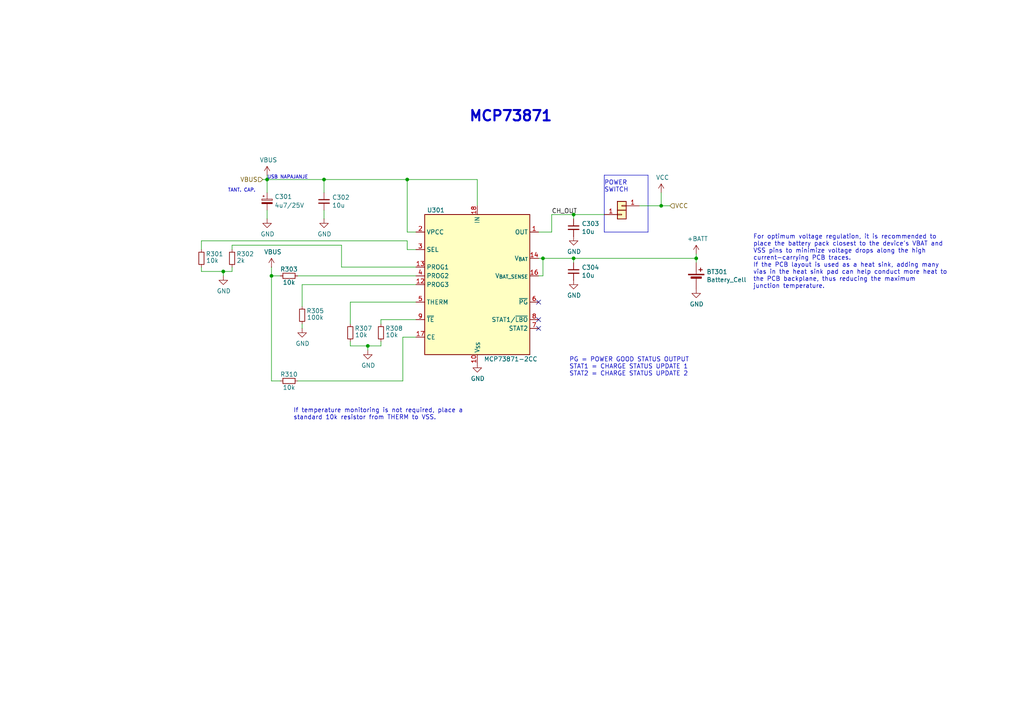
<source format=kicad_sch>
(kicad_sch (version 20231120) (generator "eeschema") (generator_version "8.0")
  (paper "A4")
  (title_block (title "BoardGame") (date "2022-09-21") (rev "1"))
  (lib_symbols
    (symbol "Battery_Management:MCP73871-2CC"
      (property "Reference" "U" (at -7.62 24.13 0))
      (property "Value" "MCP73871-2CC" (at -15.24 21.59 0))
      (symbol "MCP73871-2CC_0_1"
        (rectangle (start -15.24 20.32) (end 15.24 -20.32) (stroke (width 0.254)) (fill (type background)))
      )
      (symbol "MCP73871-2CC_1_1"
        (pin power_out line (at 17.78 15.24 180) (length 2.54) (name "OUT") (number "1"))
        (pin power_in line (at 0 -22.86 90) (length 2.54) (name "V_{SS}") (number "10"))
        (pin passive line (at 0 -22.86 90) (length 2.54) hide (name "V_{SS}") (number "11"))
        (pin bidirectional line (at -17.78 0 0) (length 2.54) (name "PROG3") (number "12"))
        (pin bidirectional line (at -17.78 5.08 0) (length 2.54) (name "PROG1") (number "13"))
        (pin power_out line (at 17.78 7.62 180) (length 2.54) (name "V_{BAT}") (number "14"))
        (pin passive line (at 17.78 7.62 180) (length 2.54) hide (name "V_{BAT}") (number "15"))
        (pin input line (at 17.78 2.54 180) (length 2.54) (name "V_{BAT_SENSE}") (number "16"))
        (pin input line (at -17.78 -15.24 0) (length 2.54) (name "CE") (number "17"))
        (pin power_in line (at 0 22.86 270) (length 2.54) (name "IN") (number "18"))
        (pin passive line (at 0 22.86 270) (length 2.54) hide (name "IN") (number "19"))
        (pin input line (at -17.78 15.24 0) (length 2.54) (name "VPCC") (number "2"))
        (pin passive line (at 17.78 15.24 180) (length 2.54) hide (name "OUT") (number "20"))
        (pin passive line (at 0 -22.86 90) (length 2.54) hide (name "V_{SS}") (number "21"))
        (pin input line (at -17.78 10.16 0) (length 2.54) (name "SEL") (number "3"))
        (pin input line (at -17.78 2.54 0) (length 2.54) (name "PROG2") (number "4"))
        (pin bidirectional line (at -17.78 -5.08 0) (length 2.54) (name "THERM") (number "5"))
        (pin open_collector line (at 17.78 -5.08 180) (length 2.54) (name "~{PG}") (number "6"))
        (pin open_collector line (at 17.78 -12.7 180) (length 2.54) (name "STAT2") (number "7"))
        (pin open_collector line (at 17.78 -10.16 180) (length 2.54) (name "STAT1/~{LBO}") (number "8"))
        (pin input line (at -17.78 -10.16 0) (length 2.54) (name "~{TE}") (number "9"))
      )
    )
    (symbol "Connector_Generic:Conn_01x01" (pin_names (offset 1.016) hide)
      (property "Reference" "J" (at 0 2.54 0))
      (property "Value" "Conn_01x01" (at 0 -2.54 0))
      (symbol "Conn_01x01_1_1"
        (rectangle (start -1.27 0.127) (end 0 -0.127) (stroke (width 0.1524)))
        (rectangle (start -1.27 1.27) (end 1.27 -1.27) (stroke (width 0.254)) (fill (type background)))
        (pin passive line (at -5.08 0 0) (length 3.81) (name "Pin_1") (number "1"))
      )
    )
    (symbol "Device:Battery_Cell" (pin_numbers hide) (pin_names (offset 0) hide)
      (property "Reference" "BT" (at 2.54 2.54 0))
      (property "Value" "Battery_Cell" (at 2.54 0 0))
      (symbol "Battery_Cell_0_1"
        (rectangle (start -2.286 1.778) (end 2.286 1.524) (fill (type outline)))
        (rectangle (start -1.524 1.016) (end 1.524 0.508) (fill (type outline)))
        (polyline (pts (xy 0 0.762) (xy 0 0)))
        (polyline (pts (xy 0 1.778) (xy 0 2.54)))
        (polyline (pts (xy 0.762 3.048) (xy 1.778 3.048)) (stroke (width 0.254)))
        (polyline (pts (xy 1.27 3.556) (xy 1.27 2.54)) (stroke (width 0.254)))
      )
      (symbol "Battery_Cell_1_1"
        (pin passive line (at 0 5.08 270) (length 2.54) (name "+") (number "1"))
        (pin passive line (at 0 -2.54 90) (length 2.54) (name "-") (number "2"))
      )
    )
    (symbol "Device:C_Polarized_Small" (pin_numbers hide) (pin_names (offset 0.254) hide)
      (property "Reference" "C" (at 0.254 1.778 0))
      (property "Value" "C_Polarized_Small" (at 0.254 -2.032 0))
      (symbol "C_Polarized_Small_0_1"
        (rectangle (start -1.524 -0.3048) (end 1.524 -0.6858) (fill (type outline)))
        (rectangle (start -1.524 0.6858) (end 1.524 0.3048))
        (polyline (pts (xy -1.27 1.524) (xy -0.762 1.524)))
        (polyline (pts (xy -1.016 1.27) (xy -1.016 1.778)))
      )
      (symbol "C_Polarized_Small_1_1"
        (pin passive line (at 0 2.54 270) (length 1.8542) (name "~") (number "1"))
        (pin passive line (at 0 -2.54 90) (length 1.8542) (name "~") (number "2"))
      )
    )
    (symbol "Device:C_Small" (pin_numbers hide) (pin_names (offset 0.254) hide)
      (property "Reference" "C" (at 0.254 1.778 0))
      (property "Value" "C_Small" (at 0.254 -2.032 0))
      (symbol "C_Small_0_1"
        (polyline (pts (xy -1.524 -0.508) (xy 1.524 -0.508)) (stroke (width 0.3302)))
        (polyline (pts (xy -1.524 0.508) (xy 1.524 0.508)) (stroke (width 0.3048)))
      )
      (symbol "C_Small_1_1"
        (pin passive line (at 0 2.54 270) (length 2.032) (name "~") (number "1"))
        (pin passive line (at 0 -2.54 90) (length 2.032) (name "~") (number "2"))
      )
    )
    (symbol "Device:R_Small" (pin_numbers hide) (pin_names (offset 0.254) hide)
      (property "Reference" "R" (at 0.762 0.508 0))
      (property "Value" "R_Small" (at 0.762 -1.016 0))
      (symbol "R_Small_0_1"
        (rectangle (start -0.762 1.778) (end 0.762 -1.778) (stroke (width 0.2032)))
      )
      (symbol "R_Small_1_1"
        (pin passive line (at 0 2.54 270) (length 0.762) (name "~") (number "1"))
        (pin passive line (at 0 -2.54 90) (length 0.762) (name "~") (number "2"))
      )
    )
    (symbol "power:+BATT" (power) (pin_numbers hide) (pin_names (offset 0) hide)
      (property "Value" "+BATT" (at 0 3.556 0))
      (symbol "+BATT_0_1"
        (polyline (pts (xy -0.762 1.27) (xy 0 2.54)))
        (polyline (pts (xy 0 0) (xy 0 2.54)))
        (polyline (pts (xy 0 2.54) (xy 0.762 1.27)))
      )
      (symbol "+BATT_1_1"
        (pin power_in line (at 0 0 90) (length 0) (name "~") (number "1"))
      )
    )
    (symbol "power:GND" (power) (pin_numbers hide) (pin_names (offset 0) hide)
      (property "Value" "GND" (at 0 -3.81 0))
      (symbol "GND_0_1"
        (polyline (pts (xy 0 0) (xy 0 -1.27) (xy 1.27 -1.27) (xy 0 -2.54) (xy -1.27 -1.27) (xy 0 -1.27)))
      )
      (symbol "GND_1_1"
        (pin power_in line (at 0 0 270) (length 0) (name "~") (number "1"))
      )
    )
    (symbol "power:VBUS" (power) (pin_numbers hide) (pin_names (offset 0) hide)
      (property "Value" "VBUS" (at 0 3.556 0))
      (symbol "VBUS_0_1"
        (polyline (pts (xy -0.762 1.27) (xy 0 2.54)))
        (polyline (pts (xy 0 0) (xy 0 2.54)))
        (polyline (pts (xy 0 2.54) (xy 0.762 1.27)))
      )
      (symbol "VBUS_1_1"
        (pin power_in line (at 0 0 90) (length 0) (name "~") (number "1"))
      )
    )
    (symbol "power:VCC" (power) (pin_numbers hide) (pin_names (offset 0) hide)
      (property "Value" "VCC" (at 0 3.556 0))
      (symbol "VCC_0_1"
        (polyline (pts (xy -0.762 1.27) (xy 0 2.54)))
        (polyline (pts (xy 0 0) (xy 0 2.54)))
        (polyline (pts (xy 0 2.54) (xy 0.762 1.27)))
      )
      (symbol "VCC_1_1"
        (pin power_in line (at 0 0 90) (length 0) (name "~") (number "1"))
      )
    )
  )
  (junction (at 201.93 74.93))
  (junction (at 166.37 74.93))
  (junction (at 191.77 59.69))
  (junction (at 118.11 52.07))
  (junction (at 166.37 62.23))
  (junction (at 93.98 52.07))
  (junction (at 157.48 74.93))
  (junction (at 77.47 52.07))
  (junction (at 78.74 80.01))
  (junction (at 64.77 78.74))
  (junction (at 106.68 100.33))
  (no_connect (at 156.21 92.71))
  (no_connect (at 156.21 87.63))
  (no_connect (at 156.21 95.25))
  (wire (pts (xy 201.93 73.66) (xy 201.93 74.93)))
  (wire (pts (xy 93.98 52.07) (xy 118.11 52.07)))
  (wire (pts (xy 77.47 52.07) (xy 77.47 55.88)))
  (wire (pts (xy 166.37 74.93) (xy 201.93 74.93)))
  (wire (pts (xy 160.02 62.23) (xy 166.37 62.23)))
  (polyline (pts (xy 187.96 67.31) (xy 187.96 50.8)))
  (wire (pts (xy 191.77 55.88) (xy 191.77 59.69)))
  (wire (pts (xy 110.49 100.33) (xy 110.49 99.06)))
  (wire (pts (xy 67.31 71.12) (xy 67.31 72.39)))
  (polyline (pts (xy 175.26 67.31) (xy 187.96 67.31)))
  (wire (pts (xy 156.21 74.93) (xy 157.48 74.93)))
  (wire (pts (xy 106.68 100.33) (xy 101.6 100.33)))
  (wire (pts (xy 86.36 80.01) (xy 120.65 80.01)))
  (wire (pts (xy 93.98 55.88) (xy 93.98 52.07)))
  (wire (pts (xy 160.02 67.31) (xy 160.02 62.23)))
  (wire (pts (xy 64.77 78.74) (xy 64.77 80.01)))
  (wire (pts (xy 101.6 93.98) (xy 101.6 87.63)))
  (wire (pts (xy 118.11 72.39) (xy 120.65 72.39)))
  (wire (pts (xy 58.42 77.47) (xy 58.42 78.74)))
  (wire (pts (xy 118.11 52.07) (xy 138.43 52.07)))
  (wire (pts (xy 58.42 78.74) (xy 64.77 78.74)))
  (polyline (pts (xy 175.26 52.07) (xy 175.26 67.31)))
  (wire (pts (xy 110.49 92.71) (xy 110.49 93.98)))
  (wire (pts (xy 120.65 67.31) (xy 118.11 67.31)))
  (polyline (pts (xy 175.26 50.8) (xy 175.26 50.8)))
  (wire (pts (xy 191.77 59.69) (xy 194.31 59.69)))
  (wire (pts (xy 116.84 110.49) (xy 116.84 97.79)))
  (wire (pts (xy 87.63 82.55) (xy 87.63 88.9)))
  (wire (pts (xy 185.42 59.69) (xy 191.77 59.69)))
  (wire (pts (xy 138.43 52.07) (xy 138.43 59.69)))
  (wire (pts (xy 93.98 63.5) (xy 93.98 60.96)))
  (wire (pts (xy 166.37 62.23) (xy 175.26 62.23)))
  (wire (pts (xy 157.48 80.01) (xy 157.48 74.93)))
  (wire (pts (xy 77.47 60.96) (xy 77.47 63.5)))
  (wire (pts (xy 101.6 87.63) (xy 120.65 87.63)))
  (wire (pts (xy 99.06 71.12) (xy 67.31 71.12)))
  (wire (pts (xy 157.48 74.93) (xy 166.37 74.93)))
  (wire (pts (xy 77.47 52.07) (xy 93.98 52.07)))
  (wire (pts (xy 106.68 100.33) (xy 110.49 100.33)))
  (wire (pts (xy 86.36 110.49) (xy 116.84 110.49)))
  (wire (pts (xy 77.47 50.8) (xy 77.47 52.07)))
  (wire (pts (xy 78.74 80.01) (xy 78.74 110.49)))
  (wire (pts (xy 76.2 52.07) (xy 77.47 52.07)))
  (wire (pts (xy 78.74 77.47) (xy 78.74 80.01)))
  (wire (pts (xy 120.65 92.71) (xy 110.49 92.71)))
  (wire (pts (xy 156.21 67.31) (xy 160.02 67.31)))
  (wire (pts (xy 99.06 77.47) (xy 120.65 77.47)))
  (wire (pts (xy 64.77 78.74) (xy 67.31 78.74)))
  (wire (pts (xy 166.37 74.93) (xy 166.37 76.2)))
  (wire (pts (xy 78.74 110.49) (xy 81.28 110.49)))
  (wire (pts (xy 101.6 99.06) (xy 101.6 100.33)))
  (polyline (pts (xy 187.96 50.8) (xy 175.26 50.8)))
  (wire (pts (xy 156.21 80.01) (xy 157.48 80.01)))
  (wire (pts (xy 78.74 80.01) (xy 81.28 80.01)))
  (wire (pts (xy 99.06 77.47) (xy 99.06 71.12)))
  (wire (pts (xy 201.93 76.2) (xy 201.93 74.93)))
  (polyline (pts (xy 175.26 52.07) (xy 175.26 50.8)))
  (wire (pts (xy 106.68 101.6) (xy 106.68 100.33)))
  (wire (pts (xy 58.42 69.85) (xy 58.42 72.39)))
  (wire (pts (xy 87.63 82.55) (xy 120.65 82.55)))
  (wire (pts (xy 67.31 77.47) (xy 67.31 78.74)))
  (wire (pts (xy 58.42 69.85) (xy 118.11 69.85)))
  (wire (pts (xy 116.84 97.79) (xy 120.65 97.79)))
  (wire (pts (xy 118.11 69.85) (xy 118.11 72.39)))
  (wire (pts (xy 87.63 95.25) (xy 87.63 93.98)))
  (wire (pts (xy 166.37 62.23) (xy 166.37 63.5)))
  (wire (pts (xy 118.11 67.31) (xy 118.11 52.07)))
  (text "PG = POWER GOOD STATUS OUTPUT\nSTAT1 = CHARGE STATUS UPDATE 1\nSTAT2 = CHARGE STATUS UPDATE 2" (at 165.1 109.22 0) (effects (font (size 1.27 1.27)) (justify left bottom)))
  (text "TANT. CAP." (at 66.04 55.88 0) (effects (font (size 0.9906 0.9906)) (justify left bottom)))
  (text "USB NAPAJANJE" (at 77.47 52.07 0) (effects (font (size 0.9906 0.9906)) (justify left bottom)))
  (text "POWER\nSWITCH" (at 175.26 55.88 0) (effects (font (size 1.27 1.27)) (justify left bottom)))
  (text "For optimum voltage regulation, it is recommended to\nplace the battery pack closest to the device's VBAT and\nVSS pins to minimize voltage drops along the high\ncurrent-carrying PCB traces.\nIf the PCB layout is used as a heat sink, adding many\nvias in the heat sink pad can help conduct more heat to\nthe PCB backplane, thus reducing the maximum\njunction temperature." (at 218.44 83.82 0) (effects (font (size 1.27 1.27)) (justify left bottom)))
  (text "MCP73871" (at 135.89 35.56 0) (effects (font (size 3 3) (thickness 0.6) (bold yes)) (justify left bottom)))
  (text "If temperature monitoring is not required, place a\nstandard 10k resistor from THERM to VSS." (at 85.09 121.92 0) (effects (font (size 1.27 1.27)) (justify left bottom)))
  (label "CH_OUT" (at 160.02 62.23 0))
  (hierarchical_label "VBUS" (shape input) (at 76.2 52.07 180))
  (hierarchical_label "VCC" (shape input) (at 194.31 59.69 0))
  (symbol (lib_id "power:GND") (at 77.47 63.5 0) (unit 1)
    (property "Reference" "#PWR0303" (effects (hide yes)))
    (property "Value" "GND" (at 77.597 67.8942 0))
    (property "Description" "Power symbol creates a global label with name \"GND\" , ground" (effects (hide yes)))
  )
  (symbol (lib_id "Device:C_Small") (at 93.98 58.42 0) (unit 1)
    (property "Reference" "C302" (at 96.3168 57.2516 0) (effects (justify left)))
    (property "Value" "10u" (at 96.3168 59.563 0) (effects (justify left)))
    (property "Footprint" "Capacitor_SMD:C_0805_2012Metric" (effects (hide yes)))
    (property "JLCPCB Part #" "C237493" (effects (hide yes)))
    (property "U labosu?" "ne" (effects (hide yes)))
  )
  (symbol (lib_id "Connector_Generic:Conn_01x01") (at 180.34 59.69 180) (unit 1)
    (property "Reference" "J301" (effects (hide yes)))
    (property "Value" "Conn_01x01" (effects (hide yes)))
    (property "Footprint" "Footprints:PinHeader_1x01" (effects (hide yes)))
    (property "JLCPCB Part #" "-" (effects (hide yes)))
    (property "Ostalo" "-" (effects (hide yes)))
    (property "U labosu?" "da" (effects (hide yes)))
  )
  (symbol (lib_id "power:GND") (at 166.37 68.58 0) (unit 1)
    (property "Reference" "#PWR0305" (effects (hide yes)))
    (property "Value" "GND" (at 166.497 72.9742 0))
    (property "Description" "Power symbol creates a global label with name \"GND\" , ground" (effects (hide yes)))
  )
  (symbol (lib_id "Device:C_Polarized_Small") (at 77.47 58.42 0) (unit 1)
    (property "Reference" "C301" (at 79.629 57.0392 0) (effects (justify left)))
    (property "Value" "4u7/25V" (at 79.629 59.5761 0) (effects (justify left)))
    (property "Footprint" "Capacitor_Tantalum_SMD:CP_EIA-3528-21_Kemet-B" (effects (hide yes)))
    (property "JLCPCB Part #" "C2798040" (effects (hide yes)))
    (property "U labosu?" "ne" (effects (hide yes)))
  )
  (symbol (lib_id "Device:R_Small") (at 58.42 74.93 0) (unit 1)
    (property "Reference" "R301" (at 62.23 73.66 0))
    (property "Value" "10k" (at 61.595 75.565 0))
    (property "Footprint" "Resistor_SMD:R_0603_1608Metric" (effects (hide yes)))
    (property "U labosu?" "da" (effects (hide yes)))
  )
  (symbol (lib_id "power:GND") (at 201.93 83.82 0) (unit 1)
    (property "Reference" "#PWR0311" (effects (hide yes)))
    (property "Value" "GND" (at 202.057 88.2142 0))
    (property "Description" "Power symbol creates a global label with name \"GND\" , ground" (effects (hide yes)))
  )
  (symbol (lib_id "Device:C_Small") (at 166.37 66.04 0) (unit 1)
    (property "Reference" "C303" (at 168.7068 64.8716 0) (effects (justify left)))
    (property "Value" "10u" (at 168.7068 67.183 0) (effects (justify left)))
    (property "Footprint" "Capacitor_SMD:C_0805_2012Metric" (effects (hide yes)))
    (property "JLCPCB Part #" "C237493" (effects (hide yes)))
    (property "U labosu?" "ne" (effects (hide yes)))
  )
  (symbol (lib_id "Device:R_Small") (at 110.49 96.52 0) (unit 1)
    (property "Reference" "R308" (at 114.3 95.25 0))
    (property "Value" "10k" (at 113.665 97.155 0))
    (property "Footprint" "Resistor_SMD:R_0603_1608Metric" (effects (hide yes)))
    (property "U labosu?" "da" (effects (hide yes)))
  )
  (symbol (lib_id "power:VCC") (at 191.77 55.88 0) (unit 1)
    (property "Reference" "#PWR0302" (effects (hide yes)))
    (property "Value" "VCC" (at 192.151 51.4858 0))
    (property "Description" "Power symbol creates a global label with name \"VCC\"" (effects (hide yes)))
  )
  (symbol (lib_id "Device:C_Small") (at 166.37 78.74 0) (unit 1)
    (property "Reference" "C304" (at 168.7068 77.5716 0) (effects (justify left)))
    (property "Value" "10u" (at 168.7068 79.883 0) (effects (justify left)))
    (property "Footprint" "Capacitor_SMD:C_0805_2012Metric" (effects (hide yes)))
    (property "JLCPCB Part #" "C237493" (effects (hide yes)))
    (property "U labosu?" "ne" (effects (hide yes)))
  )
  (symbol (lib_id "power:GND") (at 138.43 105.41 0) (unit 1)
    (property "Reference" "#PWR0314" (effects (hide yes)))
    (property "Value" "GND" (at 138.557 109.8042 0))
    (property "Description" "Power symbol creates a global label with name \"GND\" , ground" (effects (hide yes)))
  )
  (symbol (lib_id "Device:R_Small") (at 101.6 96.52 0) (unit 1)
    (property "Reference" "R307" (at 105.41 95.25 0))
    (property "Value" "10k" (at 104.775 97.155 0))
    (property "Footprint" "Resistor_SMD:R_0603_1608Metric" (effects (hide yes)))
    (property "U labosu?" "da" (effects (hide yes)))
  )
  (symbol (lib_id "power:GND") (at 93.98 63.5 0) (unit 1)
    (property "Reference" "#PWR0304" (effects (hide yes)))
    (property "Value" "GND" (at 94.107 67.8942 0))
    (property "Description" "Power symbol creates a global label with name \"GND\" , ground" (effects (hide yes)))
  )
  (symbol (lib_id "Device:R_Small") (at 83.82 110.49 90) (unit 1)
    (property "Reference" "R310" (at 83.82 108.585 90))
    (property "Value" "10k" (at 83.82 112.395 90))
    (property "Footprint" "Resistor_SMD:R_0603_1608Metric" (effects (hide yes)))
    (property "U labosu?" "da" (effects (hide yes)))
  )
  (symbol (lib_id "power:VBUS") (at 77.47 50.8 0) (unit 1)
    (property "Reference" "#PWR0301" (effects (hide yes)))
    (property "Value" "VBUS" (at 77.851 46.4058 0))
    (property "Description" "Power symbol creates a global label with name \"VBUS\"" (effects (hide yes)))
  )
  (symbol (lib_id "power:GND") (at 166.37 81.28 0) (unit 1)
    (property "Reference" "#PWR0309" (effects (hide yes)))
    (property "Value" "GND" (at 166.497 85.6742 0))
    (property "Description" "Power symbol creates a global label with name \"GND\" , ground" (effects (hide yes)))
  )
  (symbol (lib_id "Device:R_Small") (at 83.82 80.01 270) (unit 1)
    (property "Reference" "R303" (at 83.82 78.105 90))
    (property "Value" "10k" (at 83.82 81.915 90))
    (property "Footprint" "Resistor_SMD:R_0603_1608Metric" (effects (hide yes)))
    (property "U labosu?" "da" (effects (hide yes)))
  )
  (symbol (lib_id "Device:R_Small") (at 87.63 91.44 0) (unit 1)
    (property "Reference" "R305" (at 91.44 90.17 0))
    (property "Value" "100k" (at 91.44 92.075 0))
    (property "Footprint" "Resistor_SMD:R_0603_1608Metric" (effects (hide yes)))
    (property "U labosu?" "da" (effects (hide yes)))
  )
  (symbol (lib_id "Connector_Generic:Conn_01x01") (at 180.34 62.23 0) (unit 1)
    (property "Reference" "J302" (effects (hide yes)))
    (property "Value" "Conn_01x01" (effects (hide yes)))
    (property "Footprint" "Footprints:PinHeader_1x01" (effects (hide yes)))
    (property "JLCPCB Part #" "-" (effects (hide yes)))
    (property "Ostalo" "-" (effects (hide yes)))
    (property "U labosu?" "da" (effects (hide yes)))
  )
  (symbol (lib_id "power:GND") (at 87.63 95.25 0) (unit 1)
    (property "Reference" "#PWR0312" (effects (hide yes)))
    (property "Value" "GND" (at 87.757 99.6442 0))
    (property "Description" "Power symbol creates a global label with name \"GND\" , ground" (effects (hide yes)))
  )
  (symbol (lib_id "power:+BATT") (at 201.93 73.66 0) (unit 1)
    (property "Reference" "#PWR0306" (effects (hide yes)))
    (property "Value" "+BATT" (at 202.311 69.2658 0))
    (property "Description" "Power symbol creates a global label with name \"+BATT\"" (effects (hide yes)))
  )
  (symbol (lib_id "Battery_Management:MCP73871-2CC") (at 138.43 82.55 0) (unit 1)
    (property "Reference" "U301" (at 123.825 60.96 0) (effects (justify left)))
    (property "Value" "MCP73871-2CC" (at 140.335 104.14 0) (effects (justify left)))
    (property "Footprint" "Package_DFN_QFN:QFN-20-1EP_4x4mm_P0.5mm_EP2.5x2.5mm" (effects (hide yes)))
    (property "Datasheet" "http://www.mouser.com/ds/2/268/22090a-52174.pdf" (effects (hide yes)))
    (property "Description" "Single cell, Li-Ion/Li-Po charge management controller, 4.20V, 6h safety timer, 3.1V LBO threshold" (effects (hide yes)))
    (property "U labosu?" "da" (effects (hide yes)))
  )
  (symbol (lib_id "power:GND") (at 64.77 80.01 0) (unit 1)
    (property "Reference" "#PWR0308" (effects (hide yes)))
    (property "Value" "GND" (at 64.897 84.4042 0))
    (property "Description" "Power symbol creates a global label with name \"GND\" , ground" (effects (hide yes)))
  )
  (symbol (lib_id "power:GND") (at 106.68 101.6 0) (unit 1)
    (property "Reference" "#PWR0313" (effects (hide yes)))
    (property "Value" "GND" (at 106.807 105.9942 0))
    (property "Description" "Power symbol creates a global label with name \"GND\" , ground" (effects (hide yes)))
  )
  (symbol (lib_id "Device:R_Small") (at 67.31 74.93 0) (unit 1)
    (property "Reference" "R302" (at 71.12 73.66 0))
    (property "Value" "2k" (at 69.85 75.565 0))
    (property "Footprint" "Resistor_SMD:R_0603_1608Metric" (effects (hide yes)))
    (property "JLCPCB Part #" "C25590" (effects (hide yes)))
    (property "U labosu?" "ne" (effects (hide yes)))
  )
  (symbol (lib_id "power:VBUS") (at 78.74 77.47 0) (unit 1)
    (property "Reference" "#PWR0307" (effects (hide yes)))
    (property "Value" "VBUS" (at 79.121 73.0758 0))
    (property "Description" "Power symbol creates a global label with name \"VBUS\"" (effects (hide yes)))
  )
  (symbol (lib_id "Device:Battery_Cell") (at 201.93 81.28 0) (unit 1)
    (property "Reference" "BT301" (at 204.9272 78.8416 0) (effects (justify left)))
    (property "Value" "Battery_Cell" (at 204.9272 81.153 0) (effects (justify left)))
    (property "Footprint" "Footprints:battery_103565_3000mah" (effects (hide yes)))
    (property "Description" "Single-cell battery" (effects (hide yes)))
    (property "U labosu?" "ne" (effects (hide yes)))
    (property "JLCPCB Part #" "-" (effects (hide yes)))
    (property "Ostalo" "1005003744354475" (effects (hide yes)))
  )
)
</source>
